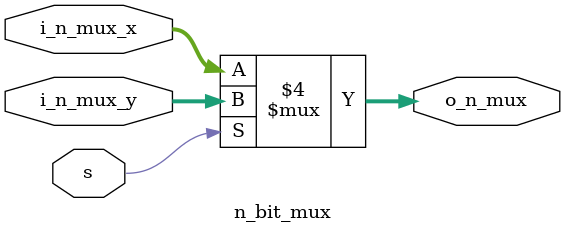
<source format=v>
module n_bit_mux #(
    parameter N = 32
) (
    input s, input [N -1 :0] i_n_mux_x, input [N-1:0] i_n_mux_y, output reg [N-1:0] o_n_mux
);

    always @(*) begin
        
        if(!s)
            o_n_mux = i_n_mux_x;
        else
            o_n_mux = i_n_mux_y;
    end
    
endmodule

</source>
